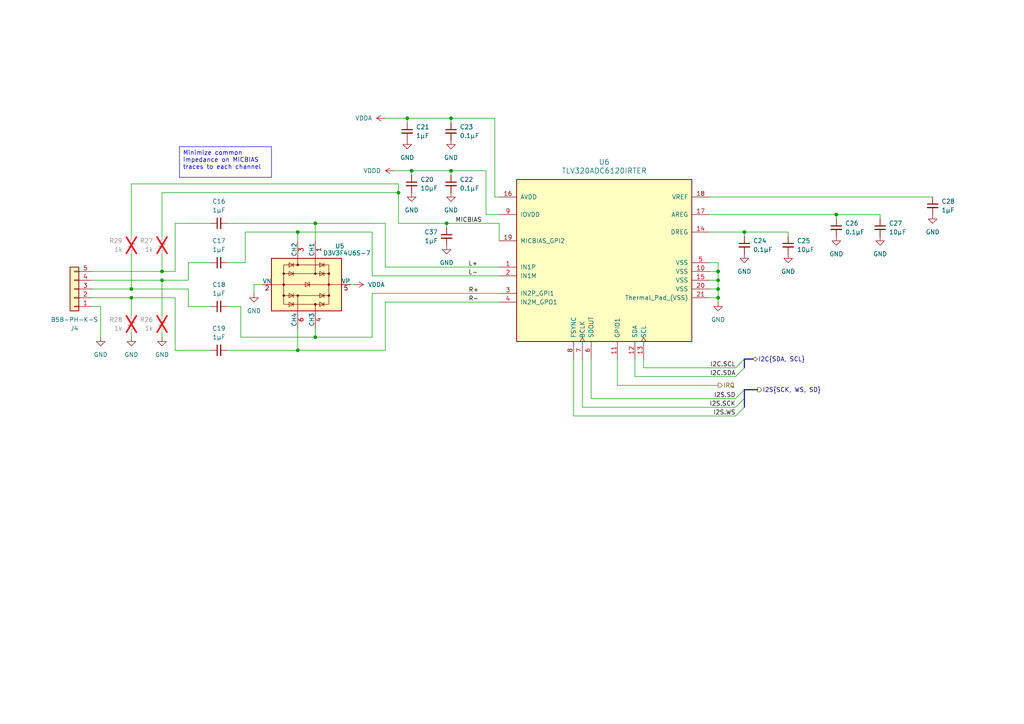
<source format=kicad_sch>
(kicad_sch (version 20231120) (generator "eeschema") (generator_version "8.0")
  (paper "A4")
  (title_block (title "ADC and input circuitry"))
  (lib_symbols
    (symbol "Connector_Generic:Conn_01x05" (pin_names (offset 1.016) hide)
      (property "Reference" "J" (at 0 7.62 0))
      (property "Value" "Conn_01x05" (at 0 -7.62 0))
      (symbol "Conn_01x05_1_1"
        (rectangle (start -1.27 -4.953) (end 0 -5.207) (stroke (width 0.1524)))
        (rectangle (start -1.27 -2.413) (end 0 -2.667) (stroke (width 0.1524)))
        (rectangle (start -1.27 0.127) (end 0 -0.127) (stroke (width 0.1524)))
        (rectangle (start -1.27 2.667) (end 0 2.413) (stroke (width 0.1524)))
        (rectangle (start -1.27 5.207) (end 0 4.953) (stroke (width 0.1524)))
        (rectangle (start -1.27 6.35) (end 1.27 -6.35) (stroke (width 0.254)) (fill (type background)))
        (pin passive line (at -5.08 5.08 0) (length 3.81) (name "Pin_1") (number "1"))
        (pin passive line (at -5.08 2.54 0) (length 3.81) (name "Pin_2") (number "2"))
        (pin passive line (at -5.08 0 0) (length 3.81) (name "Pin_3") (number "3"))
        (pin passive line (at -5.08 -2.54 0) (length 3.81) (name "Pin_4") (number "4"))
        (pin passive line (at -5.08 -5.08 0) (length 3.81) (name "Pin_5") (number "5"))
      )
    )
    (symbol "Device:C_Small" (pin_numbers hide) (pin_names (offset 0.254) hide)
      (property "Reference" "C" (at 0.254 1.778 0))
      (property "Value" "C_Small" (at 0.254 -2.032 0))
      (symbol "C_Small_0_1"
        (polyline (pts (xy -1.524 -0.508) (xy 1.524 -0.508)) (stroke (width 0.3302)))
        (polyline (pts (xy -1.524 0.508) (xy 1.524 0.508)) (stroke (width 0.3048)))
      )
      (symbol "C_Small_1_1"
        (pin passive line (at 0 2.54 270) (length 2.032) (name "~") (number "1"))
        (pin passive line (at 0 -2.54 90) (length 2.032) (name "~") (number "2"))
      )
    )
    (symbol "Device:R_Small_US" (pin_numbers hide) (pin_names (offset 0.254) hide)
      (property "Reference" "R" (at 0.762 0.508 0))
      (property "Value" "R_Small_US" (at 0.762 -1.016 0))
      (symbol "R_Small_US_1_1"
        (polyline (pts (xy 0 0) (xy 1.016 -0.381) (xy 0 -0.762) (xy -1.016 -1.143) (xy 0 -1.524)))
        (polyline (pts (xy 0 1.524) (xy 1.016 1.143) (xy 0 0.762) (xy -1.016 0.381) (xy 0 0)))
        (pin passive line (at 0 2.54 270) (length 1.016) (name "~") (number "1"))
        (pin passive line (at 0 -2.54 90) (length 1.016) (name "~") (number "2"))
      )
    )
    (symbol "power:GND" (power) (pin_numbers hide) (pin_names (offset 0) hide)
      (property "Value" "GND" (at 0 -3.81 0))
      (symbol "GND_0_1"
        (polyline (pts (xy 0 0) (xy 0 -1.27) (xy 1.27 -1.27) (xy 0 -2.54) (xy -1.27 -1.27) (xy 0 -1.27)))
      )
      (symbol "GND_1_1"
        (pin power_in line (at 0 0 270) (length 0) (name "~") (number "1"))
      )
    )
    (symbol "power:VCC" (power) (pin_numbers hide) (pin_names (offset 0) hide)
      (property "Value" "VCC" (at 0 3.556 0))
      (symbol "VCC_0_1"
        (polyline (pts (xy -0.762 1.27) (xy 0 2.54)))
        (polyline (pts (xy 0 0) (xy 0 2.54)))
        (polyline (pts (xy 0 2.54) (xy 0.762 1.27)))
      )
      (symbol "VCC_1_1"
        (pin power_in line (at 0 0 90) (length 0) (name "~") (number "1"))
      )
    )
    (symbol "zeus-le:D3V3F4U6S" (pin_names (offset 0))
      (property "Reference" "U" (at -5.08 11.43 0))
      (property "Value" "D3V3F4U6S" (at 2.54 11.43 0))
      (symbol "D3V3F4U6S_0_0"
        (rectangle (start -5.715 6.477) (end 5.715 -6.604))
        (polyline (pts (xy -3.175 -6.604) (xy -3.175 6.477)))
        (polyline (pts (xy 3.175 6.477) (xy 3.175 -6.604)))
      )
      (symbol "D3V3F4U6S_0_1"
        (rectangle (start -7.62 10.16) (end 7.62 -10.16) (stroke (width 0.254)) (fill (type background)))
        (circle (center -5.715 -2.54) (radius 0.2794) (fill (type outline)))
        (circle (center -3.175 -6.604) (radius 0.2794) (fill (type outline)))
        (circle (center -3.175 2.54) (radius 0.2794) (fill (type outline)))
        (circle (center -3.175 6.477) (radius 0.2794) (fill (type outline)))
        (circle (center 0 -6.604) (radius 0.2794) (fill (type outline)))
        (polyline (pts (xy -7.747 2.54) (xy -3.175 2.54)))
        (polyline (pts (xy -7.62 -2.54) (xy -5.715 -2.54)))
        (polyline (pts (xy -5.08 -3.81) (xy -6.35 -3.81)))
        (polyline (pts (xy -5.08 5.08) (xy -6.35 5.08)))
        (polyline (pts (xy -2.54 -3.81) (xy -3.81 -3.81)))
        (polyline (pts (xy -2.54 5.08) (xy -3.81 5.08)))
        (polyline (pts (xy 0 10.16) (xy 0 -10.16)))
        (polyline (pts (xy 3.81 -3.81) (xy 2.54 -3.81)))
        (polyline (pts (xy 3.81 5.08) (xy 2.54 5.08)))
        (polyline (pts (xy 6.35 -3.81) (xy 5.08 -3.81)))
        (polyline (pts (xy 6.35 5.08) (xy 5.08 5.08)))
        (polyline (pts (xy 7.62 -2.54) (xy 3.175 -2.54)))
        (polyline (pts (xy 7.62 2.54) (xy 5.715 2.54)))
        (polyline (pts (xy 0.635 0.889) (xy -0.635 0.889) (xy -0.635 0.635)))
        (polyline (pts (xy -5.08 -5.08) (xy -6.35 -5.08) (xy -5.715 -3.81) (xy -5.08 -5.08)))
        (polyline (pts (xy -5.08 3.81) (xy -6.35 3.81) (xy -5.715 5.08) (xy -5.08 3.81)))
        (polyline (pts (xy -2.54 -5.08) (xy -3.81 -5.08) (xy -3.175 -3.81) (xy -2.54 -5.08)))
        (polyline (pts (xy -2.54 3.81) (xy -3.81 3.81) (xy -3.175 5.08) (xy -2.54 3.81)))
        (polyline (pts (xy 0.635 -0.381) (xy -0.635 -0.381) (xy 0 0.889) (xy 0.635 -0.381)))
        (polyline (pts (xy 3.81 -5.08) (xy 2.54 -5.08) (xy 3.175 -3.81) (xy 3.81 -5.08)))
        (polyline (pts (xy 3.81 3.81) (xy 2.54 3.81) (xy 3.175 5.08) (xy 3.81 3.81)))
        (polyline (pts (xy 6.35 -5.08) (xy 5.08 -5.08) (xy 5.715 -3.81) (xy 6.35 -5.08)))
        (polyline (pts (xy 6.35 3.81) (xy 5.08 3.81) (xy 5.715 5.08) (xy 6.35 3.81)))
        (circle (center 0 6.477) (radius 0.2794) (fill (type outline)))
        (circle (center 3.175 -6.604) (radius 0.2794) (fill (type outline)))
        (circle (center 3.175 -2.54) (radius 0.2794) (fill (type outline)))
        (circle (center 3.175 6.477) (radius 0.2794) (fill (type outline)))
        (circle (center 5.715 2.54) (radius 0.2794) (fill (type outline)))
      )
      (symbol "D3V3F4U6S_1_1"
        (pin passive line (at -12.7 2.54 0) (length 5.08) (name "CH1") (number "1"))
        (pin passive line (at 0 -12.7 90) (length 2.54) (name "VN") (number "2"))
        (pin passive line (at -12.7 -2.54 0) (length 5.08) (name "CH2") (number "3"))
        (pin passive line (at 12.7 2.54 180) (length 5.08) (name "CH3") (number "4"))
        (pin passive line (at 0 12.7 270) (length 2.54) (name "VP") (number "5"))
        (pin passive line (at 12.7 -2.54 180) (length 5.08) (name "CH4") (number "6"))
      )
    )
    (symbol "zeus-le:TLV320ADC6120" (pin_names (offset 1.016))
      (property "Reference" "U" (at -30.48 20.32 0))
      (property "Value" "TLV320ADC6120" (at 0 0 0))
      (symbol "TLV320ADC6120_0_1"
        (pin input line (at -30.48 -2.54 0) (length 5.08) (name "IN1P") (number "1"))
        (pin power_in line (at 30.48 -3.81 180) (length 5.08) (name "VSS") (number "10"))
        (pin bidirectional line (at 3.81 -29.21 90) (length 5.08) (name "GPIO1") (number "11"))
        (pin bidirectional line (at 8.89 -29.21 90) (length 5.08) (name "SDA") (number "12"))
        (pin power_in line (at 30.48 -6.35 180) (length 5.08) (name "VSS") (number "15"))
        (pin power_in line (at -30.48 17.78 0) (length 5.08) (name "AVDD") (number "16"))
        (pin input line (at -30.48 5.08 0) (length 5.08) (name "MICBIAS_GPI2") (number "19"))
        (pin input line (at -30.48 -5.08 0) (length 5.08) (name "IN1M") (number "2"))
        (pin power_in line (at 30.48 -8.89 180) (length 5.08) (name "VSS") (number "20"))
        (pin input line (at -30.48 -10.16 0) (length 5.08) (name "IN2P_GPI1") (number "3"))
        (pin input line (at -30.48 -12.7 0) (length 5.08) (name "IN2M_GPO1") (number "4"))
        (pin power_in line (at 30.48 -1.27 180) (length 5.08) (name "VSS") (number "5"))
        (pin output line (at -3.81 -29.21 90) (length 5.08) (name "SDOUT") (number "6"))
        (pin bidirectional line (at -8.89 -29.21 90) (length 5.08) (name "FSYNC") (number "8"))
        (pin power_in line (at -30.48 12.7 0) (length 5.08) (name "IOVDD") (number "9"))
      )
      (symbol "TLV320ADC6120_1_1"
        (rectangle (start -25.4 22.86) (end 25.4 -24.13) (stroke (width 0.254)) (fill (type background)))
        (pin input clock (at 11.43 -29.21 90) (length 5.08) (name "SCL") (number "13"))
        (pin power_out line (at 30.48 7.62 180) (length 5.08) (name "DREG") (number "14"))
        (pin power_out line (at 30.48 12.7 180) (length 5.08) (name "AREG") (number "17"))
        (pin output line (at 30.48 17.78 180) (length 5.08) (name "VREF") (number "18"))
        (pin power_in line (at 30.48 -11.43 180) (length 5.08) (name "Thermal_Pad_(VSS)") (number "21"))
        (pin bidirectional clock (at -6.35 -29.21 90) (length 5.08) (name "BCLK") (number "7"))
      )
    )
  )
  (junction (at 91.44 97.79))
  (junction (at 91.44 64.77))
  (junction (at 208.28 86.36))
  (junction (at 38.1 83.82))
  (junction (at 208.28 78.74))
  (junction (at 242.57 62.23))
  (junction (at 129.54 64.77))
  (junction (at 46.99 78.74))
  (junction (at 130.81 49.53))
  (junction (at 38.1 86.36))
  (junction (at 86.36 67.31))
  (junction (at 46.99 81.28))
  (junction (at 208.28 83.82))
  (junction (at 115.57 55.88))
  (junction (at 208.28 81.28))
  (junction (at 86.36 101.6))
  (junction (at 215.9 67.31))
  (junction (at 130.81 34.29))
  (junction (at 118.11 34.29))
  (junction (at 119.38 49.53))
  (bus_entry (at 215.9 118.11) (size -2.54 2.54))
  (bus_entry (at 215.9 113.03) (size -2.54 2.54))
  (bus_entry (at 215.9 106.68) (size -2.54 2.54))
  (bus_entry (at 215.9 104.14) (size -2.54 2.54))
  (bus_entry (at 215.9 115.57) (size -2.54 2.54))
  (wire (pts (xy 60.96 88.9) (xy 54.61 88.9)))
  (wire (pts (xy 205.74 62.23) (xy 242.57 62.23)))
  (wire (pts (xy 242.57 63.5) (xy 242.57 62.23)))
  (wire (pts (xy 205.74 67.31) (xy 215.9 67.31)))
  (wire (pts (xy 60.96 64.77) (xy 50.8 64.77)))
  (wire (pts (xy 129.54 64.77) (xy 129.54 66.04)))
  (bus (pts (xy 215.9 113.03) (xy 219.71 113.03)))
  (wire (pts (xy 91.44 97.79) (xy 107.95 97.79)))
  (wire (pts (xy 107.95 80.01) (xy 144.78 80.01)))
  (wire (pts (xy 71.12 76.2) (xy 71.12 67.31)))
  (wire (pts (xy 129.54 64.77) (xy 144.78 64.77)))
  (wire (pts (xy 38.1 68.58) (xy 38.1 53.34)))
  (wire (pts (xy 38.1 83.82) (xy 26.67 83.82)))
  (wire (pts (xy 69.85 88.9) (xy 69.85 97.79)))
  (wire (pts (xy 208.28 76.2) (xy 208.28 78.74)))
  (wire (pts (xy 205.74 57.15) (xy 270.51 57.15)))
  (wire (pts (xy 54.61 88.9) (xy 54.61 83.82)))
  (wire (pts (xy 166.37 120.65) (xy 213.36 120.65)))
  (wire (pts (xy 111.76 87.63) (xy 144.78 87.63)))
  (wire (pts (xy 184.15 104.14) (xy 184.15 109.22)))
  (wire (pts (xy 228.6 68.58) (xy 228.6 67.31)))
  (wire (pts (xy 119.38 50.8) (xy 119.38 49.53)))
  (wire (pts (xy 115.57 55.88) (xy 115.57 64.77)))
  (wire (pts (xy 111.76 101.6) (xy 111.76 87.63)))
  (wire (pts (xy 38.1 53.34) (xy 115.57 53.34)))
  (wire (pts (xy 46.99 55.88) (xy 115.57 55.88)))
  (wire (pts (xy 50.8 78.74) (xy 46.99 78.74)))
  (wire (pts (xy 171.45 115.57) (xy 213.36 115.57)))
  (wire (pts (xy 26.67 78.74) (xy 46.99 78.74)))
  (wire (pts (xy 91.44 64.77) (xy 91.44 69.85)))
  (wire (pts (xy 186.69 104.14) (xy 186.69 106.68)))
  (wire (pts (xy 46.99 81.28) (xy 54.61 81.28)))
  (wire (pts (xy 168.91 118.11) (xy 168.91 104.14)))
  (wire (pts (xy 46.99 96.52) (xy 46.99 97.79)))
  (wire (pts (xy 69.85 88.9) (xy 66.04 88.9)))
  (wire (pts (xy 205.74 81.28) (xy 208.28 81.28)))
  (wire (pts (xy 86.36 67.31) (xy 86.36 69.85)))
  (wire (pts (xy 255.27 63.5) (xy 255.27 62.23)))
  (wire (pts (xy 26.67 88.9) (xy 29.21 88.9)))
  (wire (pts (xy 179.07 111.76) (xy 179.07 104.14)))
  (wire (pts (xy 143.51 57.15) (xy 143.51 34.29)))
  (wire (pts (xy 69.85 97.79) (xy 91.44 97.79)))
  (bus (pts (xy 215.9 106.68) (xy 215.9 104.14)))
  (wire (pts (xy 208.28 78.74) (xy 208.28 81.28)))
  (wire (pts (xy 205.74 76.2) (xy 208.28 76.2)))
  (wire (pts (xy 54.61 76.2) (xy 60.96 76.2)))
  (wire (pts (xy 184.15 109.22) (xy 213.36 109.22)))
  (wire (pts (xy 186.69 106.68) (xy 213.36 106.68)))
  (wire (pts (xy 71.12 67.31) (xy 86.36 67.31)))
  (wire (pts (xy 38.1 73.66) (xy 38.1 83.82)))
  (wire (pts (xy 46.99 68.58) (xy 46.99 55.88)))
  (wire (pts (xy 50.8 86.36) (xy 38.1 86.36)))
  (wire (pts (xy 118.11 34.29) (xy 130.81 34.29)))
  (wire (pts (xy 111.76 34.29) (xy 118.11 34.29)))
  (wire (pts (xy 215.9 68.58) (xy 215.9 67.31)))
  (bus (pts (xy 215.9 115.57) (xy 215.9 118.11)))
  (wire (pts (xy 54.61 83.82) (xy 38.1 83.82)))
  (wire (pts (xy 86.36 101.6) (xy 111.76 101.6)))
  (wire (pts (xy 144.78 64.77) (xy 144.78 69.85)))
  (wire (pts (xy 140.97 49.53) (xy 140.97 62.23)))
  (wire (pts (xy 111.76 77.47) (xy 144.78 77.47)))
  (wire (pts (xy 171.45 115.57) (xy 171.45 104.14)))
  (wire (pts (xy 242.57 62.23) (xy 255.27 62.23)))
  (wire (pts (xy 208.28 81.28) (xy 208.28 83.82)))
  (wire (pts (xy 46.99 73.66) (xy 46.99 78.74)))
  (wire (pts (xy 66.04 76.2) (xy 71.12 76.2)))
  (wire (pts (xy 168.91 118.11) (xy 213.36 118.11)))
  (wire (pts (xy 38.1 86.36) (xy 38.1 91.44)))
  (wire (pts (xy 111.76 64.77) (xy 111.76 77.47)))
  (wire (pts (xy 86.36 67.31) (xy 107.95 67.31)))
  (wire (pts (xy 130.81 49.53) (xy 140.97 49.53)))
  (wire (pts (xy 119.38 49.53) (xy 130.81 49.53)))
  (wire (pts (xy 60.96 101.6) (xy 50.8 101.6)))
  (bus (pts (xy 218.44 104.14) (xy 215.9 104.14)))
  (wire (pts (xy 86.36 95.25) (xy 86.36 101.6)))
  (wire (pts (xy 143.51 57.15) (xy 144.78 57.15)))
  (wire (pts (xy 38.1 86.36) (xy 26.67 86.36)))
  (wire (pts (xy 140.97 62.23) (xy 144.78 62.23)))
  (wire (pts (xy 38.1 96.52) (xy 38.1 97.79)))
  (wire (pts (xy 107.95 97.79) (xy 107.95 85.09)))
  (wire (pts (xy 115.57 53.34) (xy 115.57 55.88)))
  (wire (pts (xy 205.74 78.74) (xy 208.28 78.74)))
  (wire (pts (xy 54.61 76.2) (xy 54.61 81.28)))
  (wire (pts (xy 91.44 64.77) (xy 111.76 64.77)))
  (wire (pts (xy 208.28 87.63) (xy 208.28 86.36)))
  (wire (pts (xy 166.37 120.65) (xy 166.37 104.14)))
  (wire (pts (xy 102.87 82.55) (xy 101.6 82.55)))
  (wire (pts (xy 107.95 85.09) (xy 144.78 85.09)))
  (wire (pts (xy 130.81 35.56) (xy 130.81 34.29)))
  (wire (pts (xy 66.04 64.77) (xy 91.44 64.77)))
  (wire (pts (xy 114.3 49.53) (xy 119.38 49.53)))
  (wire (pts (xy 107.95 67.31) (xy 107.95 80.01)))
  (wire (pts (xy 91.44 95.25) (xy 91.44 97.79)))
  (wire (pts (xy 115.57 64.77) (xy 129.54 64.77)))
  (bus (pts (xy 215.9 113.03) (xy 215.9 115.57)))
  (wire (pts (xy 26.67 81.28) (xy 46.99 81.28)))
  (wire (pts (xy 66.04 101.6) (xy 86.36 101.6)))
  (wire (pts (xy 50.8 101.6) (xy 50.8 86.36)))
  (wire (pts (xy 73.66 85.09) (xy 73.66 82.55)))
  (wire (pts (xy 208.28 111.76) (xy 179.07 111.76)))
  (wire (pts (xy 208.28 83.82) (xy 208.28 86.36)))
  (wire (pts (xy 215.9 67.31) (xy 228.6 67.31)))
  (wire (pts (xy 50.8 64.77) (xy 50.8 78.74)))
  (wire (pts (xy 29.21 88.9) (xy 29.21 97.79)))
  (wire (pts (xy 118.11 35.56) (xy 118.11 34.29)))
  (wire (pts (xy 208.28 83.82) (xy 205.74 83.82)))
  (wire (pts (xy 46.99 91.44) (xy 46.99 81.28)))
  (wire (pts (xy 73.66 82.55) (xy 76.2 82.55)))
  (wire (pts (xy 130.81 34.29) (xy 143.51 34.29)))
  (wire (pts (xy 208.28 86.36) (xy 205.74 86.36)))
  (wire (pts (xy 130.81 50.8) (xy 130.81 49.53)))
  (text_box "Minimize common impedance on MICBIAS traces to each channel" (at 52.07 42.545 0) (size 26.67 8.89) (effects (font (size 1.27 1.27)) (justify left top)))
  (label "R-" (at 135.89 87.63 0))
  (label "L-" (at 135.8242 80.01 0))
  (label "R+" (at 135.89 85.09 0))
  (label "L+" (at 135.8242 77.47 0))
  (label "I2C.SDA" (at 213.36 109.22 180))
  (label "I2S.SCK" (at 213.36 118.11 180))
  (label "I2S.SD" (at 213.36 115.57 180))
  (label "I2C.SCL" (at 213.36 106.68 180))
  (label "I2S.WS" (at 213.36 120.65 180))
  (label "MICBIAS" (at 132.08 64.77 0))
  (hierarchical_label "IRQ" (shape output) (at 208.28 111.76 0))
  (hierarchical_label "I2S{SCK, WS, SD}" (shape output) (at 219.71 113.03 0))
  (hierarchical_label "I2C{SDA, SCL}" (shape bidirectional) (at 218.44 104.14 0))
  (symbol (lib_id "power:GND") (at 129.54 71.12 0) (mirror y) (unit 1)
    (property "Reference" "#PWR094" (effects (hide yes)))
    (property "Value" "GND" (at 129.54 76.2 0))
    (property "Description" "Power symbol creates a global label with name \"GND\" , ground" (effects (hide yes)))
  )
  (symbol (lib_id "power:VCC") (at 114.3 49.53 90) (unit 1)
    (property "Reference" "#PWR045" (effects (hide yes)))
    (property "Value" "VDDD" (at 110.49 49.5301 90) (effects (justify left)))
    (property "Description" "Digital supply, nominal 3.0V, min 2.7V" (effects (hide yes)))
  )
  (symbol (lib_id "Device:C_Small") (at 130.81 38.1 0) (unit 1)
    (property "Reference" "C23" (at 133.35 36.8362 0) (effects (justify left)))
    (property "Value" "0.1µF" (at 133.35 39.3762 0) (effects (justify left)))
    (property "Footprint" "zeus-le:C_0402_1005Metric_Silkscreen_Clearance" (effects (hide yes)))
    (property "Description" "Capacitor, decoupling, 25V, X5R" (effects (hide yes)))
    (property "manf#" "CL05A104KA5NNNC" (effects (hide yes)))
  )
  (symbol (lib_id "Device:C_Small") (at 215.9 71.12 0) (unit 1)
    (property "Reference" "C24" (at 218.44 69.8562 0) (effects (justify left)))
    (property "Value" "0.1µF" (at 218.44 72.3962 0) (effects (justify left)))
    (property "Footprint" "zeus-le:C_0402_1005Metric_Silkscreen_Clearance" (effects (hide yes)))
    (property "Description" "Capacitor, decoupling, 25V, X5R" (effects (hide yes)))
    (property "manf#" "CL05A104KA5NNNC" (effects (hide yes)))
  )
  (symbol (lib_id "power:GND") (at 46.99 97.79 0) (unit 1)
    (property "Reference" "#PWR095" (effects (hide yes)))
    (property "Value" "GND" (at 46.99 102.87 0))
    (property "Description" "Power symbol creates a global label with name \"GND\" , ground" (effects (hide yes)))
  )
  (symbol (lib_id "power:GND") (at 119.38 55.88 0) (unit 1)
    (property "Reference" "#PWR046" (effects (hide yes)))
    (property "Value" "GND" (at 119.38 60.96 0))
    (property "Description" "Power symbol creates a global label with name \"GND\" , ground" (effects (hide yes)))
  )
  (symbol (lib_id "power:GND") (at 130.81 40.64 0) (unit 1)
    (property "Reference" "#PWR049" (effects (hide yes)))
    (property "Value" "GND" (at 130.81 45.72 0))
    (property "Description" "Power symbol creates a global label with name \"GND\" , ground" (effects (hide yes)))
  )
  (symbol (lib_id "Device:R_Small_US") (at 46.99 71.12 0) (mirror y) (unit 1) (in_bom no) (dnp yes)
    (property "Reference" "R27" (at 44.45 69.8499 0) (effects (justify left)))
    (property "Value" "1k" (at 44.45 72.3899 0) (effects (justify left)))
    (property "Footprint" "zeus-le:R_0402_1005Metric_Silkscreen_Clearance" (effects (hide yes)))
    (property "Description" "Resistor, mic-bias" (effects (hide yes)))
  )
  (symbol (lib_id "Device:C_Small") (at 270.51 59.69 0) (unit 1)
    (property "Reference" "C28" (at 273.05 58.4262 0) (effects (justify left)))
    (property "Value" "1µF" (at 273.05 60.9662 0) (effects (justify left)))
    (property "Footprint" "Capacitor_SMD:C_0603_1608Metric" (effects (hide yes)))
    (property "Description" "Capacitor, decoupling, 10V, X7R" (effects (hide yes)))
    (property "manf#" "CL10B105KP8NNNC" (effects (hide yes)))
  )
  (symbol (lib_id "power:GND") (at 118.11 40.64 0) (unit 1)
    (property "Reference" "#PWR047" (effects (hide yes)))
    (property "Value" "GND" (at 118.11 45.72 0))
    (property "Description" "Power symbol creates a global label with name \"GND\" , ground" (effects (hide yes)))
  )
  (symbol (lib_id "Device:C_Small") (at 242.57 66.04 0) (unit 1)
    (property "Reference" "C26" (at 245.11 64.7762 0) (effects (justify left)))
    (property "Value" "0.1µF" (at 245.11 67.3162 0) (effects (justify left)))
    (property "Footprint" "zeus-le:C_0402_1005Metric_Silkscreen_Clearance" (effects (hide yes)))
    (property "Description" "Capacitor, decoupling, 25V, X5R" (effects (hide yes)))
    (property "manf#" "CL05A104KA5NNNC" (effects (hide yes)))
  )
  (symbol (lib_id "Device:C_Small") (at 228.6 71.12 0) (unit 1)
    (property "Reference" "C25" (at 231.14 69.8562 0) (effects (justify left)))
    (property "Value" "10µF" (at 231.14 72.3962 0) (effects (justify left)))
    (property "Footprint" "Capacitor_SMD:C_0603_1608Metric" (effects (hide yes)))
    (property "Description" "Capacitor, decoupling, 10V, X5R" (effects (hide yes)))
    (property "manf#" "GRM188R61A106ME69D" (effects (hide yes)))
  )
  (symbol (lib_id "power:GND") (at 73.66 85.09 0) (unit 1)
    (property "Reference" "#PWR042" (effects (hide yes)))
    (property "Value" "GND" (at 73.66 90.17 0))
    (property "Description" "Power symbol creates a global label with name \"GND\" , ground" (effects (hide yes)))
  )
  (symbol (lib_id "Device:R_Small_US") (at 46.99 93.98 0) (mirror y) (unit 1) (in_bom no) (dnp yes)
    (property "Reference" "R26" (at 44.45 92.7099 0) (effects (justify left)))
    (property "Value" "1k" (at 44.45 95.2499 0) (effects (justify left)))
    (property "Footprint" "zeus-le:R_0402_1005Metric_Silkscreen_Clearance" (effects (hide yes)))
    (property "Description" "Resistor, mic-bias" (effects (hide yes)))
  )
  (symbol (lib_id "Device:C_Small") (at 63.5 64.77 90) (unit 1)
    (property "Reference" "C16" (at 63.5063 58.42 90))
    (property "Value" "1µF" (at 63.5063 60.96 90))
    (property "Footprint" "Capacitor_SMD:C_1206_3216Metric" (effects (hide yes)))
    (property "Datasheet" "https://www.we-online.com/components/products/datasheet/885012208093.pdf" (effects (hide yes)))
    (property "Description" "1 µF ±10% 50V Ceramic Capacitor X7R" (effects (hide yes)))
    (property "manf#" "885012208093" (effects (hide yes)))
  )
  (symbol (lib_id "power:VCC") (at 111.76 34.29 90) (unit 1)
    (property "Reference" "#PWR044" (effects (hide yes)))
    (property "Value" "VDDA" (at 107.95 34.2901 90) (effects (justify left)))
    (property "Description" "Analog supply, 3.2V" (effects (hide yes)))
  )
  (symbol (lib_id "Device:C_Small") (at 118.11 38.1 0) (unit 1)
    (property "Reference" "C21" (at 120.65 36.8362 0) (effects (justify left)))
    (property "Value" "1µF" (at 120.65 39.3762 0) (effects (justify left)))
    (property "Footprint" "Capacitor_SMD:C_0603_1608Metric" (effects (hide yes)))
    (property "Description" "Capacitor, decoupling, 10V, X7R" (effects (hide yes)))
    (property "manf#" "CL10B105KP8NNNC" (effects (hide yes)))
  )
  (symbol (lib_id "power:GND") (at 38.1 97.79 0) (unit 1)
    (property "Reference" "#PWR096" (effects (hide yes)))
    (property "Value" "GND" (at 38.1 102.87 0))
    (property "Description" "Power symbol creates a global label with name \"GND\" , ground" (effects (hide yes)))
  )
  (symbol (lib_id "power:GND") (at 29.21 97.79 0) (unit 1)
    (property "Reference" "#PWR041" (effects (hide yes)))
    (property "Value" "GND" (at 29.21 102.87 0))
    (property "Description" "Power symbol creates a global label with name \"GND\" , ground" (effects (hide yes)))
  )
  (symbol (lib_id "power:GND") (at 215.9 73.66 0) (unit 1)
    (property "Reference" "#PWR051" (effects (hide yes)))
    (property "Value" "GND" (at 215.9 78.74 0))
    (property "Description" "Power symbol creates a global label with name \"GND\" , ground" (effects (hide yes)))
  )
  (symbol (lib_id "power:VCC") (at 102.87 82.55 270) (mirror x) (unit 1)
    (property "Reference" "#PWR043" (effects (hide yes)))
    (property "Value" "VDDA" (at 106.68 82.5501 90) (effects (justify left)))
    (property "Description" "Analog supply, 3.2V" (effects (hide yes)))
  )
  (symbol (lib_id "Device:C_Small") (at 119.38 53.34 0) (unit 1)
    (property "Reference" "C20" (at 121.92 52.0762 0) (effects (justify left)))
    (property "Value" "10µF" (at 121.92 54.6162 0) (effects (justify left)))
    (property "Footprint" "Capacitor_SMD:C_0603_1608Metric" (effects (hide yes)))
    (property "Description" "Capacitor, decoupling, 10V, X5R" (effects (hide yes)))
    (property "manf#" "GRM188R61A106ME69D" (effects (hide yes)))
  )
  (symbol (lib_id "power:GND") (at 270.51 62.23 0) (unit 1)
    (property "Reference" "#PWR055" (effects (hide yes)))
    (property "Value" "GND" (at 270.51 67.31 0))
    (property "Description" "Power symbol creates a global label with name \"GND\" , ground" (effects (hide yes)))
  )
  (symbol (lib_id "Device:C_Small") (at 63.5 76.2 90) (unit 1)
    (property "Reference" "C17" (at 63.5063 69.85 90))
    (property "Value" "1µF" (at 63.5063 72.39 90))
    (property "Footprint" "Capacitor_SMD:C_1206_3216Metric" (effects (hide yes)))
    (property "Datasheet" "https://www.we-online.com/components/products/datasheet/885012208093.pdf" (effects (hide yes)))
    (property "Description" "1 µF ±10% 50V Ceramic Capacitor X7R" (effects (hide yes)))
    (property "manf#" "885012208093" (effects (hide yes)))
  )
  (symbol (lib_id "Connector_Generic:Conn_01x05") (at 21.59 83.82 180) (unit 1)
    (property "Reference" "J4" (at 21.59 95.25 0))
    (property "Value" "B5B-PH-K-S" (at 21.59 92.71 0))
    (property "Footprint" "Connector_JST:JST_PH_B5B-PH-K_1x05_P2.00mm_Vertical" (effects (hide yes)))
    (property "Description" "Generic connector, single row, 01x05, script generated (kicad-library-utils/schlib/autogen/connector/)" (effects (hide yes)))
    (property "manf#" "B5B-PH-K-S" (effects (hide yes)))
  )
  (symbol (lib_id "Device:C_Small") (at 130.81 53.34 0) (unit 1)
    (property "Reference" "C22" (at 133.35 52.0762 0) (effects (justify left)))
    (property "Value" "0.1µF" (at 133.35 54.6162 0) (effects (justify left)))
    (property "Footprint" "zeus-le:C_0402_1005Metric_Silkscreen_Clearance" (effects (hide yes)))
    (property "Description" "Capacitor, decoupling, 25V, X5R" (effects (hide yes)))
    (property "manf#" "CL05A104KA5NNNC" (effects (hide yes)))
  )
  (symbol (lib_id "zeus-le:D3V3F4U6S") (at 88.9 82.55 270) (unit 1)
    (property "Reference" "U5" (at 98.552 71.374 90))
    (property "Value" "D3V3F4U6S-7" (at 100.584 73.406 90))
    (property "Footprint" "Package_TO_SOT_SMD:SOT-363_SC-70-6" (effects (hide yes)))
    (property "Datasheet" "https://www.diodes.com/assets/Datasheets/D3V3F4U6S.pdf" (effects (hide yes)))
    (property "Description" "4 Channel Low Capacitance TVS Diode Array, SOT-363" (effects (hide yes)))
    (property "manf#" "D3V3F4U6S-7 " (effects (hide yes)))
  )
  (symbol (lib_id "Device:R_Small_US") (at 38.1 71.12 0) (mirror y) (unit 1) (in_bom no) (dnp yes)
    (property "Reference" "R29" (at 35.56 69.8499 0) (effects (justify left)))
    (property "Value" "1k" (at 35.56 72.3899 0) (effects (justify left)))
    (property "Footprint" "zeus-le:R_0402_1005Metric_Silkscreen_Clearance" (effects (hide yes)))
    (property "Description" "Resistor, mic-bias" (effects (hide yes)))
  )
  (symbol (lib_id "power:GND") (at 130.81 55.88 0) (unit 1)
    (property "Reference" "#PWR048" (effects (hide yes)))
    (property "Value" "GND" (at 130.81 60.96 0))
    (property "Description" "Power symbol creates a global label with name \"GND\" , ground" (effects (hide yes)))
  )
  (symbol (lib_id "Device:C_Small") (at 255.27 66.04 0) (unit 1)
    (property "Reference" "C27" (at 257.81 64.7762 0) (effects (justify left)))
    (property "Value" "10µF" (at 257.81 67.3162 0) (effects (justify left)))
    (property "Footprint" "Capacitor_SMD:C_0603_1608Metric" (effects (hide yes)))
    (property "Description" "Capacitor, decoupling, 10V, X5R" (effects (hide yes)))
    (property "manf#" "GRM188R61A106ME69D" (effects (hide yes)))
  )
  (symbol (lib_id "Device:C_Small") (at 63.5 88.9 90) (unit 1)
    (property "Reference" "C18" (at 63.5063 82.55 90))
    (property "Value" "1µF" (at 63.5063 85.09 90))
    (property "Footprint" "Capacitor_SMD:C_1206_3216Metric" (effects (hide yes)))
    (property "Datasheet" "https://www.we-online.com/components/products/datasheet/885012208093.pdf" (effects (hide yes)))
    (property "Description" "1 µF ±10% 50V Ceramic Capacitor X7R" (effects (hide yes)))
    (property "manf#" "885012208093" (effects (hide yes)))
  )
  (symbol (lib_id "power:GND") (at 208.28 87.63 0) (unit 1)
    (property "Reference" "#PWR050" (effects (hide yes)))
    (property "Value" "GND" (at 208.28 92.71 0))
    (property "Description" "Power symbol creates a global label with name \"GND\" , ground" (effects (hide yes)))
  )
  (symbol (lib_id "Device:R_Small_US") (at 38.1 93.98 0) (mirror y) (unit 1) (in_bom no) (dnp yes)
    (property "Reference" "R28" (at 35.56 92.7099 0) (effects (justify left)))
    (property "Value" "1k" (at 35.56 95.2499 0) (effects (justify left)))
    (property "Footprint" "zeus-le:R_0402_1005Metric_Silkscreen_Clearance" (effects (hide yes)))
    (property "Description" "Resistor, mic-bias" (effects (hide yes)))
  )
  (symbol (lib_id "power:GND") (at 255.27 68.58 0) (unit 1)
    (property "Reference" "#PWR054" (effects (hide yes)))
    (property "Value" "GND" (at 255.27 73.66 0))
    (property "Description" "Power symbol creates a global label with name \"GND\" , ground" (effects (hide yes)))
  )
  (symbol (lib_id "Device:C_Small") (at 63.5 101.6 90) (unit 1)
    (property "Reference" "C19" (at 63.5063 95.25 90))
    (property "Value" "1µF" (at 63.5063 97.79 90))
    (property "Footprint" "Capacitor_SMD:C_1206_3216Metric" (effects (hide yes)))
    (property "Datasheet" "https://www.we-online.com/components/products/datasheet/885012208093.pdf" (effects (hide yes)))
    (property "Description" "1 µF ±10% 50V Ceramic Capacitor X7R" (effects (hide yes)))
    (property "manf#" "885012208093" (effects (hide yes)))
  )
  (symbol (lib_id "Device:C_Small") (at 129.54 68.58 0) (mirror y) (unit 1)
    (property "Reference" "C37" (at 127 67.3162 0) (effects (justify left)))
    (property "Value" "1µF" (at 127 69.8562 0) (effects (justify left)))
    (property "Footprint" "Capacitor_SMD:C_0603_1608Metric" (effects (hide yes)))
    (property "Description" "Capacitor, decoupling, 10V, X7R" (effects (hide yes)))
    (property "manf#" "CL10B105KP8NNNC" (effects (hide yes)))
  )
  (symbol (lib_id "power:GND") (at 228.6 73.66 0) (unit 1)
    (property "Reference" "#PWR052" (effects (hide yes)))
    (property "Value" "GND" (at 228.6 78.74 0))
    (property "Description" "Power symbol creates a global label with name \"GND\" , ground" (effects (hide yes)))
  )
  (symbol (lib_id "power:GND") (at 242.57 68.58 0) (unit 1)
    (property "Reference" "#PWR053" (effects (hide yes)))
    (property "Value" "GND" (at 242.57 73.66 0))
    (property "Description" "Power symbol creates a global label with name \"GND\" , ground" (effects (hide yes)))
  )
  (symbol (lib_id "zeus-le:TLV320ADC6120") (at 175.26 74.93 0) (unit 1)
    (property "Reference" "U6" (at 175.26 46.99 0) (effects (font (size 1.524 1.524))))
    (property "Value" "TLV320ADC6120IRTER" (at 175.26 49.53 0) (effects (font (size 1.524 1.524))))
    (property "Footprint" "zeus-le:Texas_RTE_WQFN-20-1EP_3x3mm_P0.5mm_EP1.4x1.4mm_ThermalVias" (effects (hide yes)))
    (property "Datasheet" "https://www.ti.com/lit/ds/symlink/tlv320adc6120.pdf" (effects (hide yes)))
    (property "Description" "2-Channel, 768-kHz, Burr-Brown Audio ADC" (effects (hide yes)))
    (property "manf#" "TLV320ADC6120IRTER" (effects (hide yes)))
  )
)
</source>
